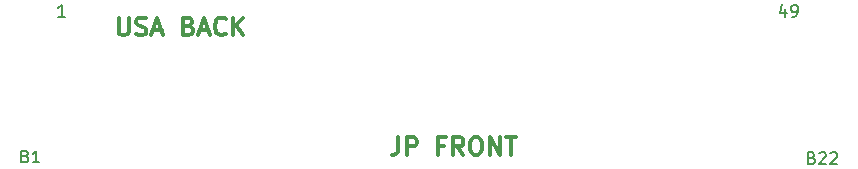
<source format=gto>
G04 #@! TF.GenerationSoftware,KiCad,Pcbnew,(5.1.7)-1*
G04 #@! TF.CreationDate,2023-02-17T11:25:34-08:00*
G04 #@! TF.ProjectId,sms2mk3,736d7332-6d6b-4332-9e6b-696361645f70,rev?*
G04 #@! TF.SameCoordinates,Original*
G04 #@! TF.FileFunction,Legend,Top*
G04 #@! TF.FilePolarity,Positive*
%FSLAX46Y46*%
G04 Gerber Fmt 4.6, Leading zero omitted, Abs format (unit mm)*
G04 Created by KiCad (PCBNEW (5.1.7)-1) date 2023-02-17 11:25:34*
%MOMM*%
%LPD*%
G01*
G04 APERTURE LIST*
%ADD10C,0.150000*%
%ADD11C,0.152400*%
%ADD12C,0.300000*%
G04 APERTURE END LIST*
D10*
X206889047Y-106378571D02*
X207031904Y-106426190D01*
X207079523Y-106473809D01*
X207127142Y-106569047D01*
X207127142Y-106711904D01*
X207079523Y-106807142D01*
X207031904Y-106854761D01*
X206936666Y-106902380D01*
X206555714Y-106902380D01*
X206555714Y-105902380D01*
X206889047Y-105902380D01*
X206984285Y-105950000D01*
X207031904Y-105997619D01*
X207079523Y-106092857D01*
X207079523Y-106188095D01*
X207031904Y-106283333D01*
X206984285Y-106330952D01*
X206889047Y-106378571D01*
X206555714Y-106378571D01*
X207508095Y-105997619D02*
X207555714Y-105950000D01*
X207650952Y-105902380D01*
X207889047Y-105902380D01*
X207984285Y-105950000D01*
X208031904Y-105997619D01*
X208079523Y-106092857D01*
X208079523Y-106188095D01*
X208031904Y-106330952D01*
X207460476Y-106902380D01*
X208079523Y-106902380D01*
X208460476Y-105997619D02*
X208508095Y-105950000D01*
X208603333Y-105902380D01*
X208841428Y-105902380D01*
X208936666Y-105950000D01*
X208984285Y-105997619D01*
X209031904Y-106092857D01*
X209031904Y-106188095D01*
X208984285Y-106330952D01*
X208412857Y-106902380D01*
X209031904Y-106902380D01*
X140295238Y-106238571D02*
X140438095Y-106286190D01*
X140485714Y-106333809D01*
X140533333Y-106429047D01*
X140533333Y-106571904D01*
X140485714Y-106667142D01*
X140438095Y-106714761D01*
X140342857Y-106762380D01*
X139961904Y-106762380D01*
X139961904Y-105762380D01*
X140295238Y-105762380D01*
X140390476Y-105810000D01*
X140438095Y-105857619D01*
X140485714Y-105952857D01*
X140485714Y-106048095D01*
X140438095Y-106143333D01*
X140390476Y-106190952D01*
X140295238Y-106238571D01*
X139961904Y-106238571D01*
X141485714Y-106762380D02*
X140914285Y-106762380D01*
X141200000Y-106762380D02*
X141200000Y-105762380D01*
X141104761Y-105905238D01*
X141009523Y-106000476D01*
X140914285Y-106048095D01*
D11*
X204639714Y-93772285D02*
X204639714Y-94449619D01*
X204397809Y-93385238D02*
X204155904Y-94110952D01*
X204784857Y-94110952D01*
X205220285Y-94449619D02*
X205413809Y-94449619D01*
X205510571Y-94401238D01*
X205558952Y-94352857D01*
X205655714Y-94207714D01*
X205704095Y-94014190D01*
X205704095Y-93627142D01*
X205655714Y-93530380D01*
X205607333Y-93482000D01*
X205510571Y-93433619D01*
X205317047Y-93433619D01*
X205220285Y-93482000D01*
X205171904Y-93530380D01*
X205123523Y-93627142D01*
X205123523Y-93869047D01*
X205171904Y-93965809D01*
X205220285Y-94014190D01*
X205317047Y-94062571D01*
X205510571Y-94062571D01*
X205607333Y-94014190D01*
X205655714Y-93965809D01*
X205704095Y-93869047D01*
X143660285Y-94409619D02*
X143079714Y-94409619D01*
X143370000Y-94409619D02*
X143370000Y-93393619D01*
X143273238Y-93538761D01*
X143176476Y-93635523D01*
X143079714Y-93683904D01*
D12*
X148190000Y-94498571D02*
X148190000Y-95712857D01*
X148261428Y-95855714D01*
X148332857Y-95927142D01*
X148475714Y-95998571D01*
X148761428Y-95998571D01*
X148904285Y-95927142D01*
X148975714Y-95855714D01*
X149047142Y-95712857D01*
X149047142Y-94498571D01*
X149690000Y-95927142D02*
X149904285Y-95998571D01*
X150261428Y-95998571D01*
X150404285Y-95927142D01*
X150475714Y-95855714D01*
X150547142Y-95712857D01*
X150547142Y-95570000D01*
X150475714Y-95427142D01*
X150404285Y-95355714D01*
X150261428Y-95284285D01*
X149975714Y-95212857D01*
X149832857Y-95141428D01*
X149761428Y-95070000D01*
X149690000Y-94927142D01*
X149690000Y-94784285D01*
X149761428Y-94641428D01*
X149832857Y-94570000D01*
X149975714Y-94498571D01*
X150332857Y-94498571D01*
X150547142Y-94570000D01*
X151118571Y-95570000D02*
X151832857Y-95570000D01*
X150975714Y-95998571D02*
X151475714Y-94498571D01*
X151975714Y-95998571D01*
X154118571Y-95212857D02*
X154332857Y-95284285D01*
X154404285Y-95355714D01*
X154475714Y-95498571D01*
X154475714Y-95712857D01*
X154404285Y-95855714D01*
X154332857Y-95927142D01*
X154190000Y-95998571D01*
X153618571Y-95998571D01*
X153618571Y-94498571D01*
X154118571Y-94498571D01*
X154261428Y-94570000D01*
X154332857Y-94641428D01*
X154404285Y-94784285D01*
X154404285Y-94927142D01*
X154332857Y-95070000D01*
X154261428Y-95141428D01*
X154118571Y-95212857D01*
X153618571Y-95212857D01*
X155047142Y-95570000D02*
X155761428Y-95570000D01*
X154904285Y-95998571D02*
X155404285Y-94498571D01*
X155904285Y-95998571D01*
X157261428Y-95855714D02*
X157190000Y-95927142D01*
X156975714Y-95998571D01*
X156832857Y-95998571D01*
X156618571Y-95927142D01*
X156475714Y-95784285D01*
X156404285Y-95641428D01*
X156332857Y-95355714D01*
X156332857Y-95141428D01*
X156404285Y-94855714D01*
X156475714Y-94712857D01*
X156618571Y-94570000D01*
X156832857Y-94498571D01*
X156975714Y-94498571D01*
X157190000Y-94570000D01*
X157261428Y-94641428D01*
X157904285Y-95998571D02*
X157904285Y-94498571D01*
X158761428Y-95998571D02*
X158118571Y-95141428D01*
X158761428Y-94498571D02*
X157904285Y-95355714D01*
X171887142Y-104628571D02*
X171887142Y-105700000D01*
X171815714Y-105914285D01*
X171672857Y-106057142D01*
X171458571Y-106128571D01*
X171315714Y-106128571D01*
X172601428Y-106128571D02*
X172601428Y-104628571D01*
X173172857Y-104628571D01*
X173315714Y-104700000D01*
X173387142Y-104771428D01*
X173458571Y-104914285D01*
X173458571Y-105128571D01*
X173387142Y-105271428D01*
X173315714Y-105342857D01*
X173172857Y-105414285D01*
X172601428Y-105414285D01*
X175744285Y-105342857D02*
X175244285Y-105342857D01*
X175244285Y-106128571D02*
X175244285Y-104628571D01*
X175958571Y-104628571D01*
X177387142Y-106128571D02*
X176887142Y-105414285D01*
X176530000Y-106128571D02*
X176530000Y-104628571D01*
X177101428Y-104628571D01*
X177244285Y-104700000D01*
X177315714Y-104771428D01*
X177387142Y-104914285D01*
X177387142Y-105128571D01*
X177315714Y-105271428D01*
X177244285Y-105342857D01*
X177101428Y-105414285D01*
X176530000Y-105414285D01*
X178315714Y-104628571D02*
X178601428Y-104628571D01*
X178744285Y-104700000D01*
X178887142Y-104842857D01*
X178958571Y-105128571D01*
X178958571Y-105628571D01*
X178887142Y-105914285D01*
X178744285Y-106057142D01*
X178601428Y-106128571D01*
X178315714Y-106128571D01*
X178172857Y-106057142D01*
X178030000Y-105914285D01*
X177958571Y-105628571D01*
X177958571Y-105128571D01*
X178030000Y-104842857D01*
X178172857Y-104700000D01*
X178315714Y-104628571D01*
X179601428Y-106128571D02*
X179601428Y-104628571D01*
X180458571Y-106128571D01*
X180458571Y-104628571D01*
X180958571Y-104628571D02*
X181815714Y-104628571D01*
X181387142Y-106128571D02*
X181387142Y-104628571D01*
M02*

</source>
